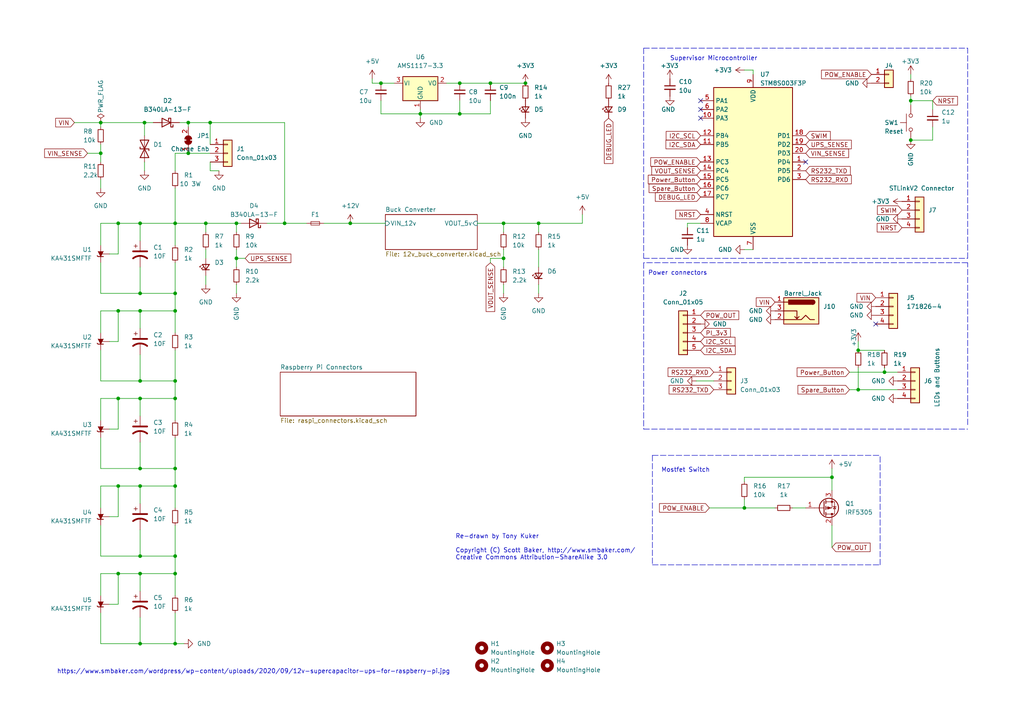
<source format=kicad_sch>
(kicad_sch (version 20211123) (generator eeschema)
  (paper "A4")
  (junction (at 40.64 85.09))
  (junction (at 110.49 24.13))
  (junction (at 34.29 166.37))
  (junction (at 50.8 110.49))
  (junction (at 40.64 90.17))
  (junction (at 60.96 35.56))
  (junction (at 50.8 161.29))
  (junction (at 40.64 140.97))
  (junction (at 50.8 90.17))
  (junction (at 40.64 115.57))
  (junction (at 40.64 110.49))
  (junction (at 142.24 24.13))
  (junction (at 50.8 64.77))
  (junction (at 54.61 44.45))
  (junction (at 59.69 64.77))
  (junction (at 68.58 74.93))
  (junction (at 50.8 85.09))
  (junction (at 29.21 44.45))
  (junction (at 34.29 140.97))
  (junction (at 146.05 64.77))
  (junction (at 256.54 107.95))
  (junction (at 50.8 115.57))
  (junction (at 101.6 64.77))
  (junction (at 264.16 29.21))
  (junction (at 264.16 40.64))
  (junction (at 54.61 35.56))
  (junction (at 248.92 101.6))
  (junction (at 34.29 64.77))
  (junction (at 241.3 138.43))
  (junction (at 29.21 35.56))
  (junction (at 68.58 64.77))
  (junction (at 34.29 115.57))
  (junction (at 152.4 24.13))
  (junction (at 50.8 135.89))
  (junction (at 40.64 64.77))
  (junction (at 82.55 64.77))
  (junction (at 50.8 140.97))
  (junction (at 133.35 24.13))
  (junction (at 50.8 166.37))
  (junction (at 41.91 35.56))
  (junction (at 156.21 64.77))
  (junction (at 40.64 135.89))
  (junction (at 40.64 166.37))
  (junction (at 133.35 33.02))
  (junction (at 40.64 161.29))
  (junction (at 40.64 186.69))
  (junction (at 121.92 33.02))
  (junction (at 34.29 90.17))
  (junction (at 215.9 147.32))
  (junction (at 146.05 74.93))
  (junction (at 248.92 113.03))
  (junction (at 50.8 186.69))
  (no_connect (at 203.2 29.21))
  (no_connect (at 203.2 31.75))
  (no_connect (at 203.2 34.29))
  (no_connect (at 233.68 46.99))
  (no_connect (at 254 93.98))
  (wire (pts (xy 121.92 33.02) (xy 121.92 34.29)))
  (wire (pts (xy 215.9 147.32) (xy 224.79 147.32)))
  (wire (pts (xy 29.21 52.07) (xy 29.21 54.61)))
  (wire (pts (xy 29.21 127) (xy 29.21 135.89)))
  (polyline (pts (xy 189.23 163.83) (xy 255.27 163.83)))
  (wire (pts (xy 146.05 74.93) (xy 142.24 74.93)))
  (wire (pts (xy 146.05 64.77) (xy 156.21 64.77)))
  (wire (pts (xy 29.21 35.56) (xy 41.91 35.56)))
  (wire (pts (xy 34.29 140.97) (xy 40.64 140.97)))
  (wire (pts (xy 215.9 138.43) (xy 215.9 139.7)))
  (wire (pts (xy 40.64 140.97) (xy 50.8 140.97)))
  (wire (pts (xy 29.21 115.57) (xy 34.29 115.57)))
  (wire (pts (xy 138.43 64.77) (xy 146.05 64.77)))
  (wire (pts (xy 248.92 99.06) (xy 248.92 101.6)))
  (wire (pts (xy 50.8 76.2) (xy 50.8 85.09)))
  (wire (pts (xy 34.29 115.57) (xy 40.64 115.57)))
  (wire (pts (xy 142.24 74.93) (xy 142.24 76.2)))
  (wire (pts (xy 29.21 44.45) (xy 29.21 46.99)))
  (wire (pts (xy 142.24 29.21) (xy 142.24 33.02)))
  (polyline (pts (xy 255.27 163.83) (xy 255.27 132.08)))
  (wire (pts (xy 29.21 41.91) (xy 29.21 44.45)))
  (wire (pts (xy 218.44 20.32) (xy 218.44 21.59)))
  (wire (pts (xy 40.64 95.25) (xy 40.64 90.17)))
  (wire (pts (xy 110.49 29.21) (xy 110.49 33.02)))
  (wire (pts (xy 77.47 64.77) (xy 82.55 64.77)))
  (wire (pts (xy 68.58 74.93) (xy 71.12 74.93)))
  (wire (pts (xy 31.75 149.86) (xy 34.29 149.86)))
  (wire (pts (xy 59.69 64.77) (xy 50.8 64.77)))
  (wire (pts (xy 40.64 85.09) (xy 50.8 85.09)))
  (wire (pts (xy 146.05 72.39) (xy 146.05 74.93)))
  (wire (pts (xy 50.8 186.69) (xy 53.34 186.69)))
  (wire (pts (xy 146.05 64.77) (xy 146.05 67.31)))
  (wire (pts (xy 68.58 74.93) (xy 68.58 77.47)))
  (wire (pts (xy 29.21 161.29) (xy 40.64 161.29)))
  (wire (pts (xy 264.16 29.21) (xy 264.16 30.48)))
  (wire (pts (xy 60.96 49.53) (xy 63.5 49.53)))
  (wire (pts (xy 82.55 35.56) (xy 82.55 64.77)))
  (wire (pts (xy 241.3 152.4) (xy 241.3 158.75)))
  (wire (pts (xy 41.91 35.56) (xy 44.45 35.56)))
  (wire (pts (xy 68.58 72.39) (xy 68.58 74.93)))
  (wire (pts (xy 146.05 74.93) (xy 146.05 77.47)))
  (wire (pts (xy 270.51 36.83) (xy 270.51 40.64)))
  (wire (pts (xy 41.91 46.99) (xy 41.91 49.53)))
  (wire (pts (xy 248.92 101.6) (xy 256.54 101.6)))
  (wire (pts (xy 205.74 147.32) (xy 215.9 147.32)))
  (wire (pts (xy 241.3 138.43) (xy 241.3 142.24)))
  (wire (pts (xy 68.58 64.77) (xy 68.58 67.31)))
  (wire (pts (xy 31.75 73.66) (xy 34.29 73.66)))
  (wire (pts (xy 29.21 76.2) (xy 29.21 85.09)))
  (wire (pts (xy 40.64 135.89) (xy 50.8 135.89)))
  (wire (pts (xy 41.91 35.56) (xy 41.91 39.37)))
  (wire (pts (xy 59.69 64.77) (xy 68.58 64.77)))
  (wire (pts (xy 50.8 135.89) (xy 50.8 140.97)))
  (wire (pts (xy 241.3 135.89) (xy 241.3 138.43)))
  (wire (pts (xy 142.24 24.13) (xy 152.4 24.13)))
  (wire (pts (xy 270.51 31.75) (xy 270.51 29.21)))
  (wire (pts (xy 50.8 166.37) (xy 50.8 172.72)))
  (polyline (pts (xy 186.69 13.97) (xy 280.67 13.97)))
  (wire (pts (xy 133.35 33.02) (xy 121.92 33.02)))
  (wire (pts (xy 246.38 107.95) (xy 256.54 107.95)))
  (polyline (pts (xy 186.69 76.2) (xy 186.69 124.46)))
  (polyline (pts (xy 186.69 124.46) (xy 280.67 124.46)))
  (wire (pts (xy 29.21 90.17) (xy 34.29 90.17)))
  (wire (pts (xy 40.64 69.85) (xy 40.64 64.77)))
  (wire (pts (xy 40.64 110.49) (xy 50.8 110.49)))
  (wire (pts (xy 156.21 64.77) (xy 156.21 67.31)))
  (wire (pts (xy 29.21 152.4) (xy 29.21 161.29)))
  (wire (pts (xy 60.96 35.56) (xy 82.55 35.56)))
  (wire (pts (xy 215.9 138.43) (xy 241.3 138.43)))
  (wire (pts (xy 146.05 82.55) (xy 146.05 85.09)))
  (wire (pts (xy 31.75 99.06) (xy 34.29 99.06)))
  (wire (pts (xy 50.8 140.97) (xy 50.8 147.32)))
  (wire (pts (xy 101.6 64.77) (xy 111.76 64.77)))
  (polyline (pts (xy 186.69 13.97) (xy 186.69 74.93)))
  (wire (pts (xy 50.8 110.49) (xy 50.8 115.57)))
  (wire (pts (xy 199.39 64.77) (xy 199.39 66.04)))
  (wire (pts (xy 52.07 35.56) (xy 54.61 35.56)))
  (wire (pts (xy 229.87 147.32) (xy 233.68 147.32)))
  (wire (pts (xy 133.35 24.13) (xy 142.24 24.13)))
  (wire (pts (xy 82.55 64.77) (xy 88.9 64.77)))
  (wire (pts (xy 54.61 44.45) (xy 60.96 44.45)))
  (wire (pts (xy 246.38 113.03) (xy 248.92 113.03)))
  (wire (pts (xy 129.54 24.13) (xy 133.35 24.13)))
  (wire (pts (xy 34.29 90.17) (xy 40.64 90.17)))
  (wire (pts (xy 201.93 110.49) (xy 207.01 110.49)))
  (wire (pts (xy 31.75 124.46) (xy 34.29 124.46)))
  (polyline (pts (xy 189.23 132.08) (xy 255.27 132.08)))
  (wire (pts (xy 29.21 166.37) (xy 34.29 166.37)))
  (wire (pts (xy 110.49 24.13) (xy 114.3 24.13)))
  (wire (pts (xy 50.8 44.45) (xy 54.61 44.45)))
  (wire (pts (xy 107.95 22.86) (xy 107.95 24.13)))
  (wire (pts (xy 264.16 27.94) (xy 264.16 29.21)))
  (wire (pts (xy 215.9 20.32) (xy 218.44 20.32)))
  (wire (pts (xy 156.21 82.55) (xy 156.21 85.09)))
  (wire (pts (xy 59.69 67.31) (xy 59.69 64.77)))
  (wire (pts (xy 29.21 64.77) (xy 34.29 64.77)))
  (wire (pts (xy 50.8 64.77) (xy 50.8 71.12)))
  (wire (pts (xy 40.64 90.17) (xy 50.8 90.17)))
  (wire (pts (xy 59.69 72.39) (xy 59.69 74.93)))
  (wire (pts (xy 34.29 124.46) (xy 34.29 115.57)))
  (wire (pts (xy 215.9 147.32) (xy 215.9 144.78)))
  (wire (pts (xy 29.21 121.92) (xy 29.21 115.57)))
  (wire (pts (xy 40.64 186.69) (xy 50.8 186.69)))
  (wire (pts (xy 21.59 35.56) (xy 29.21 35.56)))
  (wire (pts (xy 321.31 88.9) (xy 321.31 91.44)))
  (polyline (pts (xy 186.69 74.93) (xy 280.67 74.93)))
  (wire (pts (xy 29.21 140.97) (xy 34.29 140.97)))
  (wire (pts (xy 40.64 146.05) (xy 40.64 140.97)))
  (wire (pts (xy 29.21 101.6) (xy 29.21 110.49)))
  (wire (pts (xy 168.91 62.23) (xy 168.91 64.77)))
  (wire (pts (xy 40.64 102.87) (xy 40.64 110.49)))
  (wire (pts (xy 54.61 35.56) (xy 60.96 35.56)))
  (wire (pts (xy 264.16 21.59) (xy 264.16 22.86)))
  (wire (pts (xy 40.64 171.45) (xy 40.64 166.37)))
  (wire (pts (xy 50.8 186.69) (xy 50.8 177.8)))
  (wire (pts (xy 29.21 96.52) (xy 29.21 90.17)))
  (wire (pts (xy 215.9 72.39) (xy 218.44 72.39)))
  (wire (pts (xy 156.21 72.39) (xy 156.21 77.47)))
  (wire (pts (xy 50.8 101.6) (xy 50.8 110.49)))
  (wire (pts (xy 50.8 152.4) (xy 50.8 161.29)))
  (wire (pts (xy 256.54 107.95) (xy 260.35 107.95)))
  (wire (pts (xy 68.58 82.55) (xy 68.58 85.09)))
  (polyline (pts (xy 280.67 74.93) (xy 280.67 13.97)))
  (polyline (pts (xy 280.67 123.19) (xy 280.67 76.2)))
  (wire (pts (xy 107.95 24.13) (xy 110.49 24.13)))
  (wire (pts (xy 34.29 175.26) (xy 34.29 166.37)))
  (wire (pts (xy 68.58 64.77) (xy 69.85 64.77)))
  (wire (pts (xy 248.92 106.68) (xy 248.92 113.03)))
  (wire (pts (xy 40.64 77.47) (xy 40.64 85.09)))
  (wire (pts (xy 34.29 99.06) (xy 34.29 90.17)))
  (wire (pts (xy 60.96 41.91) (xy 60.96 35.56)))
  (wire (pts (xy 29.21 44.45) (xy 25.4 44.45)))
  (wire (pts (xy 50.8 90.17) (xy 50.8 96.52)))
  (wire (pts (xy 29.21 110.49) (xy 40.64 110.49)))
  (wire (pts (xy 110.49 33.02) (xy 121.92 33.02)))
  (wire (pts (xy 40.64 64.77) (xy 50.8 64.77)))
  (wire (pts (xy 50.8 161.29) (xy 50.8 166.37)))
  (wire (pts (xy 40.64 179.07) (xy 40.64 186.69)))
  (wire (pts (xy 40.64 120.65) (xy 40.64 115.57)))
  (wire (pts (xy 40.64 115.57) (xy 50.8 115.57)))
  (wire (pts (xy 34.29 64.77) (xy 40.64 64.77)))
  (wire (pts (xy 156.21 64.77) (xy 168.91 64.77)))
  (wire (pts (xy 133.35 29.21) (xy 133.35 33.02)))
  (wire (pts (xy 40.64 153.67) (xy 40.64 161.29)))
  (wire (pts (xy 29.21 186.69) (xy 40.64 186.69)))
  (wire (pts (xy 59.69 80.01) (xy 59.69 82.55)))
  (wire (pts (xy 270.51 29.21) (xy 264.16 29.21)))
  (wire (pts (xy 60.96 46.99) (xy 60.96 49.53)))
  (wire (pts (xy 29.21 71.12) (xy 29.21 64.77)))
  (wire (pts (xy 142.24 33.02) (xy 133.35 33.02)))
  (wire (pts (xy 31.75 175.26) (xy 34.29 175.26)))
  (wire (pts (xy 256.54 106.68) (xy 256.54 107.95)))
  (polyline (pts (xy 189.23 132.08) (xy 189.23 163.83)))
  (wire (pts (xy 50.8 54.61) (xy 50.8 64.77)))
  (wire (pts (xy 34.29 73.66) (xy 34.29 64.77)))
  (wire (pts (xy 50.8 115.57) (xy 50.8 121.92)))
  (wire (pts (xy 121.92 31.75) (xy 121.92 33.02)))
  (wire (pts (xy 321.31 99.06) (xy 321.31 101.6)))
  (wire (pts (xy 93.98 64.77) (xy 101.6 64.77)))
  (wire (pts (xy 34.29 166.37) (xy 40.64 166.37)))
  (wire (pts (xy 50.8 127) (xy 50.8 135.89)))
  (wire (pts (xy 203.2 64.77) (xy 199.39 64.77)))
  (wire (pts (xy 34.29 149.86) (xy 34.29 140.97)))
  (wire (pts (xy 40.64 161.29) (xy 50.8 161.29)))
  (wire (pts (xy 264.16 40.64) (xy 270.51 40.64)))
  (wire (pts (xy 29.21 36.83) (xy 29.21 35.56)))
  (polyline (pts (xy 280.67 76.2) (xy 186.69 76.2)))
  (wire (pts (xy 50.8 85.09) (xy 50.8 90.17)))
  (wire (pts (xy 29.21 85.09) (xy 40.64 85.09)))
  (wire (pts (xy 54.61 35.56) (xy 54.61 36.83)))
  (wire (pts (xy 50.8 44.45) (xy 50.8 49.53)))
  (wire (pts (xy 248.92 113.03) (xy 260.35 113.03)))
  (wire (pts (xy 29.21 177.8) (xy 29.21 186.69)))
  (wire (pts (xy 40.64 166.37) (xy 50.8 166.37)))
  (wire (pts (xy 29.21 172.72) (xy 29.21 166.37)))
  (wire (pts (xy 29.21 147.32) (xy 29.21 140.97)))
  (wire (pts (xy 40.64 128.27) (xy 40.64 135.89)))
  (wire (pts (xy 29.21 135.89) (xy 40.64 135.89)))
  (text "Mostfet Switch" (at 191.77 137.16 0) (effects (font (size 1.27 1.27)) (justify left bottom)))
  (text "https://www.smbaker.com/wordpress/wp-content/uploads/2020/09/12v-supercapacitor-ups-for-raspberry-pi.jpg" (at 16.51 195.58 0) (effects (font (size 1.27 1.27)) (justify left bottom)))
  (text "Power connectors" (at 187.96 80.01 0) (effects (font (size 1.27 1.27)) (justify left bottom)))
  (text "Re-drawn by Tony Kuker\n\nCopyright (C) Scott Baker, http://www.smbaker.com/\nCreative Commons Attribution-ShareAlike 3.0" (at 132.08 162.56 0) (effects (font (size 1.27 1.27)) (justify left bottom)))
  (text "Supervisor Microcontroller" (at 194.31 17.78 0) (effects (font (size 1.27 1.27)) (justify left bottom)))
  (global_label "POW_OUT" (shape input) (at 321.31 88.9 90) (property "Intersheet References" "${INTERSHEET_REFS}" (effects hide)))
  (global_label "POW_ENABLE" (shape input) (at 252.73 21.59 180) (property "Intersheet References" "${INTERSHEET_REFS}" (effects hide)))
  (global_label "Spare_Button" (shape input) (at 203.2 54.61 180) (property "Intersheet References" "${INTERSHEET_REFS}" (effects hide)))
  (global_label "Power_Button" (shape input) (at 203.2 52.07 180) (property "Intersheet References" "${INTERSHEET_REFS}" (effects hide)))
  (global_label "POW_OUT" (shape input) (at 203.2 91.44 0) (property "Intersheet References" "${INTERSHEET_REFS}" (effects hide)))
  (global_label "I2C_SDA" (shape input) (at 203.2 101.6 0) (property "Intersheet References" "${INTERSHEET_REFS}" (effects hide)))
  (global_label "SWIM" (shape input) (at 233.68 39.37 0) (property "Intersheet References" "${INTERSHEET_REFS}" (effects hide)))
  (global_label "RS232_TXD" (shape input) (at 207.01 113.03 180) (property "Intersheet References" "${INTERSHEET_REFS}" (effects hide)))
  (global_label "SWIM" (shape input) (at 261.62 60.96 180) (property "Intersheet References" "${INTERSHEET_REFS}" (effects hide)))
  (global_label "NRST" (shape input) (at 261.62 66.04 180) (property "Intersheet References" "${INTERSHEET_REFS}" (effects hide)))
  (global_label "DEBUG_LED" (shape input) (at 203.2 57.15 180) (property "Intersheet References" "${INTERSHEET_REFS}" (effects hide)))
  (global_label "VOUT_SENSE" (shape input) (at 203.2 49.53 180) (property "Intersheet References" "${INTERSHEET_REFS}" (effects hide)))
  (global_label "POW_ENABLE" (shape input) (at 205.74 147.32 180) (property "Intersheet References" "${INTERSHEET_REFS}" (effects hide)))
  (global_label "VIN" (shape input) (at 21.59 35.56 180) (property "Intersheet References" "${INTERSHEET_REFS}" (effects hide)))
  (global_label "RS232_RXD" (shape input) (at 233.68 52.07 0) (property "Intersheet References" "${INTERSHEET_REFS}" (effects hide)))
  (global_label "RS232_RXD" (shape input) (at 207.01 107.95 180) (property "Intersheet References" "${INTERSHEET_REFS}" (effects hide)))
  (global_label "Spare_Button" (shape input) (at 246.38 113.03 180) (property "Intersheet References" "${INTERSHEET_REFS}" (effects hide)))
  (global_label "POW_ENABLE" (shape input) (at 203.2 46.99 180) (property "Intersheet References" "${INTERSHEET_REFS}" (effects hide)))
  (global_label "POW_OUT" (shape input) (at 241.3 158.75 0) (property "Intersheet References" "${INTERSHEET_REFS}" (effects hide)))
  (global_label "VIN_SENSE" (shape input) (at 25.4 44.45 180) (property "Intersheet References" "${INTERSHEET_REFS}" (effects hide)))
  (global_label "DEBUG_LED" (shape input) (at 176.53 34.29 270) (property "Intersheet References" "${INTERSHEET_REFS}" (effects hide)))
  (global_label "UPS_SENSE" (shape input) (at 233.68 41.91 0) (property "Intersheet References" "${INTERSHEET_REFS}" (effects hide)))
  (global_label "RS232_TXD" (shape input) (at 233.68 49.53 0) (property "Intersheet References" "${INTERSHEET_REFS}" (effects hide)))
  (global_label "VIN" (shape input) (at 224.79 87.63 180) (property "Intersheet References" "${INTERSHEET_REFS}" (effects hide)))
  (global_label "NRST" (shape input) (at 203.2 62.23 180) (property "Intersheet References" "${INTERSHEET_REFS}" (effects hide)))
  (global_label "VIN_SENSE" (shape input) (at 233.68 44.45 0) (property "Intersheet References" "${INTERSHEET_REFS}" (effects hide)))
  (global_label "I2C_SDA" (shape input) (at 203.2 41.91 180) (property "Intersheet References" "${INTERSHEET_REFS}" (effects hide)))
  (global_label "VIN" (shape input) (at 254 86.36 180) (property "Intersheet References" "${INTERSHEET_REFS}" (effects hide)))
  (global_label "PI_3v3" (shape input) (at 203.2 96.52 0) (property "Intersheet References" "${INTERSHEET_REFS}" (effects hide)))
  (global_label "UPS_SENSE" (shape input) (at 71.12 74.93 0) (property "Intersheet References" "${INTERSHEET_REFS}" (effects hide)))
  (global_label "VOUT_SENSE" (shape input) (at 142.24 76.2 270) (property "Intersheet References" "${INTERSHEET_REFS}" (effects hide)))
  (global_label "I2C_SCL" (shape input) (at 203.2 99.06 0) (property "Intersheet References" "${INTERSHEET_REFS}" (effects hide)))
  (global_label "NRST" (shape input) (at 270.51 29.21 0) (property "Intersheet References" "${INTERSHEET_REFS}" (effects hide)))
  (global_label "I2C_SCL" (shape input) (at 203.2 39.37 180) (property "Intersheet References" "${INTERSHEET_REFS}" (effects hide)))
  (global_label "Power_Button" (shape input) (at 246.38 107.95 180) (property "Intersheet References" "${INTERSHEET_REFS}" (effects hide)))
  (symbol (lib_id "power:GND") (at 321.31 101.6 0) (unit 1)
    (property "Reference" "#PWR033" (effects hide))
    (property "Value" "GND" (at 321.31 109.22 90) (effects (justify left)))
  )
  (symbol (lib_id "Device:C_Small") (at 110.49 26.67 0) (unit 1)
    (property "Reference" "C7" (at 104.14 26.67 0) (effects (justify left)))
    (property "Value" "10u" (at 104.14 29.21 0) (effects (justify left)))
    (property "Footprint" "Capacitor_SMD:C_0805_2012Metric" (effects hide))
    (property "DigikeyPN" "445-FK26X7R1E106K-ND" (effects hide))
    (property "LCSC" "C15850" (effects hide))
  )
  (symbol (lib_id "power:+3.3V") (at 264.16 21.59 0) (unit 1)
    (property "Reference" "#PWR031" (effects hide))
    (property "Value" "+3.3V" (at 266.7 17.78 0) (effects (justify right)))
  )
  (symbol (lib_id "Device:D_TVS") (at 41.91 43.18 90) (unit 1)
    (property "Reference" "D1" (at 44.45 41.9099 90) (effects (justify right)))
    (property "Value" "PTVSHC3D15VUH" (effects hide))
    (property "Footprint" "Diode_SMD:D_SOD-323" (effects hide))
    (property "Datasheet" "https://datasheet.lcsc.com/lcsc/1811091226_Shanghai-Prisemi-Elec-PTVSHC3D15VUH_C312234.pdf" (effects hide))
    (property "LCSC" "C312234" (effects hide))
  )
  (symbol (lib_id "Diode:1N5820") (at 48.26 35.56 180) (unit 1)
    (property "Reference" "D2" (at 48.5775 29.21 0))
    (property "Value" "B340LA-13-F" (at 48.5775 31.75 0))
    (property "Footprint" "Diode_SMD:D_SMA" (effects hide))
    (property "Datasheet" "https://datasheet.lcsc.com/lcsc/1809042014_Diodes-Incorporated-B340LA-13-F_C17101.pdf" (effects hide))
    (property "LCSC" "C17101" (effects hide))
  )
  (symbol (lib_id "power:+12V") (at 101.6 64.77 0) (unit 1)
    (property "Reference" "#PWR0102" (effects hide))
    (property "Value" "+12V" (at 101.6 59.69 0))
  )
  (symbol (lib_id "Reference_Voltage:TL432DBZ") (at 29.21 149.86 270) (unit 1)
    (property "Reference" "U4" (at 26.67 148.5899 90) (effects (justify right)))
    (property "Value" "KA431SMFTF" (at 26.67 151.1299 90) (effects (justify right)))
    (property "Footprint" "Package_TO_SOT_SMD:SOT-23" (effects hide))
    (property "Datasheet" "http://www.ti.com/lit/ds/symlink/tl431.pdf" (effects hide))
    (property "LCSC" "C232815" (effects hide))
    (property "DigikeyPN" "KA431AZTACT-ND" (effects hide))
  )
  (symbol (lib_id "Transistor_FET:SUD50P04-08") (at 238.76 147.32 0) (mirror x) (unit 1)
    (property "Reference" "Q1" (at 245.11 146.0499 0) (effects (justify left)))
    (property "Value" "IRF5305" (at 245.11 148.5899 0) (effects (justify left)))
    (property "Footprint" "Package_TO_SOT_SMD:TO-263-2" (effects hide))
    (property "Datasheet" "https://datasheet.lcsc.com/lcsc/2009301736_VBsemi-Elec-IRF5305STR_C878890.pdf" (effects hide))
    (property "LCSC" "C878890" (effects hide))
  )
  (symbol (lib_id "Mechanical:MountingHole") (at 139.7 193.04 0) (unit 1)
    (property "Reference" "H2" (at 142.24 191.7699 0) (effects (justify left)))
    (property "Value" "MountingHole" (at 142.24 194.3099 0) (effects (justify left)))
    (property "Footprint" "MountingHole:MountingHole_2.7mm_M2.5" (effects hide))
    (property "LCSC" "DNP" (effects hide))
  )
  (symbol (lib_id "power:GND") (at 215.9 72.39 270) (unit 1)
    (property "Reference" "#PWR021" (effects hide))
    (property "Value" "GND" (at 208.28 72.39 90) (effects (justify left)))
  )
  (symbol (lib_id "power:GND") (at 41.91 49.53 0) (unit 1)
    (property "Reference" "#PWR01" (effects hide))
    (property "Value" "GND" (at 41.91 54.61 0))
  )
  (symbol (lib_id "Device:C_Small") (at 270.51 34.29 0) (unit 1)
    (property "Reference" "C12" (at 273.05 32.5881 0) (effects (justify left)))
    (property "Value" "1u" (at 273.05 35.1281 0) (effects (justify left)))
    (property "Footprint" "Capacitor_SMD:C_0805_2012Metric" (effects hide))
    (property "LCSC" "C28323" (effects hide))
  )
  (symbol (lib_id "Device:C_Polarized_US") (at 40.64 175.26 0) (unit 1)
    (property "Reference" "C5" (at 44.45 173.3549 0) (effects (justify left)))
    (property "Value" "10F" (at 44.45 175.8949 0) (effects (justify left)))
    (property "Footprint" "Capacitor_THT:CP_Radial_D12.5mm_P5.00mm" (effects hide))
    (property "DigikeyPN" "478-10996-ND" (effects hide))
    (property "LCSC" "DNP" (effects hide))
  )
  (symbol (lib_id "power:GND") (at 59.69 82.55 0) (unit 1)
    (property "Reference" "#PWR03" (effects hide))
    (property "Value" "GND" (at 59.69 87.63 0))
  )
  (symbol (lib_id "Connector_Generic:Conn_01x03") (at 212.09 110.49 0) (unit 1)
    (property "Reference" "J3" (at 214.63 110.4899 0) (effects (justify left)))
    (property "Value" "Conn_01x03" (at 214.63 113.0299 0) (effects (justify left)))
    (property "Footprint" "Connector_PinHeader_2.54mm:PinHeader_1x03_P2.54mm_Vertical" (effects hide))
    (property "DigikeyPN" "A106204-ND" (effects hide))
    (property "LCSC" "DNP" (effects hide))
  )
  (symbol (lib_id "Device:R_Small") (at 215.9 142.24 0) (unit 1)
    (property "Reference" "R16" (at 218.44 140.9699 0) (effects (justify left)))
    (property "Value" "10k" (at 218.44 143.5099 0) (effects (justify left)))
    (property "Footprint" "Resistor_SMD:R_0805_2012Metric" (effects hide))
    (property "DigikeyPN" "CF14JT10K0CT-ND" (effects hide))
    (property "LCSC" "C17414" (effects hide))
  )
  (symbol (lib_id "Device:D_TVS") (at 321.31 95.25 90) (unit 1)
    (property "Reference" "D7" (at 323.85 93.9799 90) (effects (justify right)))
    (property "Value" "PTVSHC3D15VUH" (at 323.85 96.5199 90) (effects (justify right)))
    (property "Footprint" "Diode_SMD:D_SOD-323" (effects hide))
    (property "Datasheet" "https://datasheet.lcsc.com/lcsc/1811091226_Shanghai-Prisemi-Elec-PTVSHC3D15VUH_C312234.pdf" (effects hide))
    (property "LCSC" "C312234" (effects hide))
  )
  (symbol (lib_id "Device:R_Small") (at 50.8 52.07 0) (unit 1)
    (property "Reference" "R1" (at 53.34 50.7999 0) (effects (justify left)))
    (property "Value" "10 3W" (at 52.07 53.34 0) (effects (justify left)))
    (property "Footprint" "Resistor_THT:R_Axial_DIN0516_L15.5mm_D5.0mm_P25.40mm_Horizontal" (effects hide))
    (property "DigikeyPN" "YAG1228CT-ND" (effects hide))
    (property "LCSC" "DNP" (effects hide))
  )
  (symbol (lib_id "power:GND") (at 203.2 93.98 90) (unit 1)
    (property "Reference" "#PWR019" (effects hide))
    (property "Value" "GND" (at 210.82 93.98 90) (effects (justify left)))
  )
  (symbol (lib_id "power:GND") (at 152.4 34.29 0) (unit 1)
    (property "Reference" "#PWR012" (effects hide))
    (property "Value" "GND" (at 152.4 39.37 0))
  )
  (symbol (lib_id "Connector_Generic:Conn_01x04") (at 265.43 110.49 0) (unit 1)
    (property "Reference" "J6" (at 267.97 110.4899 0) (effects (justify left)))
    (property "Value" "LEDs and Buttons" (at 271.78 118.11 90) (effects (justify left)))
    (property "Footprint" "Connector_PinHeader_2.54mm:PinHeader_1x04_P2.54mm_Vertical" (effects hide))
    (property "LCSC" "DNP" (effects hide))
  )
  (symbol (lib_id "Device:C_Small") (at 133.35 26.67 0) (unit 1)
    (property "Reference" "C8" (at 135.89 26.67 0) (effects (justify left)))
    (property "Value" "10u" (at 135.89 29.21 0) (effects (justify left)))
    (property "Footprint" "Capacitor_SMD:C_0805_2012Metric" (effects hide))
    (property "DigikeyPN" "445-FK26X7R1E106K-ND" (effects hide))
    (property "LCSC" "C15850" (effects hide))
  )
  (symbol (lib_id "Device:R_Small") (at 29.21 49.53 180) (unit 1)
    (property "Reference" "R11" (at 24.13 48.26 0) (effects (justify right)))
    (property "Value" "2.2k" (at 24.13 50.8 0) (effects (justify right)))
    (property "Footprint" "Resistor_SMD:R_0805_2012Metric" (effects hide))
    (property "DigikeyPN" "CF14JT2K20TR-ND" (effects hide))
    (property "LCSC" "C17520" (effects hide))
  )
  (symbol (lib_id "power:GND") (at 121.92 34.29 0) (unit 1)
    (property "Reference" "#PWR09" (effects hide))
    (property "Value" "GND" (at 124.46 35.5599 0) (effects (justify left)))
  )
  (symbol (lib_id "power:GND") (at 201.93 110.49 270) (unit 1)
    (property "Reference" "#PWR018" (effects hide))
    (property "Value" "GND" (at 194.31 110.49 90) (effects (justify left)))
  )
  (symbol (lib_id "Device:R_Small") (at 68.58 80.01 0) (unit 1)
    (property "Reference" "R10" (at 71.12 78.7399 0) (effects (justify left)))
    (property "Value" "2.2k" (at 71.12 81.2799 0) (effects (justify left)))
    (property "Footprint" "Resistor_SMD:R_0805_2012Metric" (effects hide))
    (property "DigikeyPN" "CF14JT2K20TR-ND" (effects hide))
    (property "LCSC" "C17520" (effects hide))
  )
  (symbol (lib_id "power:GND") (at 199.39 71.12 0) (unit 1)
    (property "Reference" "#PWR017" (effects hide))
    (property "Value" "GND" (at 194.31 72.39 0) (effects (justify left)))
  )
  (symbol (lib_id "power:GND") (at 264.16 40.64 0) (unit 1)
    (property "Reference" "#PWR032" (effects hide))
    (property "Value" "GND" (at 264.16 48.26 90) (effects (justify left)))
  )
  (symbol (lib_id "Reference_Voltage:TL432DBZ") (at 29.21 99.06 270) (unit 1)
    (property "Reference" "U2" (at 26.67 97.7899 90) (effects (justify right)))
    (property "Value" "KA431SMFTF" (at 26.67 100.3299 90) (effects (justify right)))
    (property "Footprint" "Package_TO_SOT_SMD:SOT-23" (effects hide))
    (property "Datasheet" "http://www.ti.com/lit/ds/symlink/tl431.pdf" (effects hide))
    (property "LCSC" "C232815" (effects hide))
    (property "DigikeyPN" "KA431AZTACT-ND" (effects hide))
  )
  (symbol (lib_id "Device:C_Small") (at 199.39 68.58 0) (unit 1)
    (property "Reference" "C11" (at 201.93 66.8781 0) (effects (justify left)))
    (property "Value" "1u" (at 201.93 69.4181 0) (effects (justify left)))
    (property "Footprint" "Capacitor_SMD:C_0805_2012Metric" (effects hide))
    (property "LCSC" "C28323" (effects hide))
  )
  (symbol (lib_id "Device:C_Polarized_US") (at 40.64 149.86 0) (unit 1)
    (property "Reference" "C4" (at 44.45 147.9549 0) (effects (justify left)))
    (property "Value" "10F" (at 44.45 150.4949 0) (effects (justify left)))
    (property "Footprint" "Capacitor_THT:CP_Radial_D12.5mm_P5.00mm" (effects hide))
    (property "DigikeyPN" "478-10996-ND" (effects hide))
    (property "LCSC" "DNP" (effects hide))
  )
  (symbol (lib_id "Device:R_Small") (at 50.8 124.46 0) (unit 1)
    (property "Reference" "R4" (at 53.34 123.1899 0) (effects (justify left)))
    (property "Value" "1k" (at 53.34 125.7299 0) (effects (justify left)))
    (property "Footprint" "Resistor_SMD:R_1206_3216Metric" (effects hide))
    (property "DigikeyPN" "CF14JT1K00CT-ND" (effects hide))
    (property "LCSC" "C4410" (effects hide))
  )
  (symbol (lib_id "power:GND") (at 29.21 54.61 0) (unit 1)
    (property "Reference" "#PWR06" (effects hide))
    (property "Value" "GND" (at 29.21 59.69 0))
  )
  (symbol (lib_id "Device:R_Small") (at 256.54 104.14 0) (unit 1)
    (property "Reference" "R19" (at 259.08 102.8699 0) (effects (justify left)))
    (property "Value" "1k" (at 259.08 105.4099 0) (effects (justify left)))
    (property "Footprint" "Resistor_SMD:R_0805_2012Metric" (effects hide))
    (property "DigikeyPN" "CF14JT1K00CT-ND" (effects hide))
    (property "LCSC" "C17513" (effects hide))
  )
  (symbol (lib_id "MCU_ST_STM8:STM8S003F3P") (at 218.44 46.99 0) (unit 1)
    (property "Reference" "U7" (at 220.4594 21.59 0) (effects (justify left)))
    (property "Value" "STM8S003F3P" (at 220.4594 24.13 0) (effects (justify left)))
    (property "Footprint" "Package_SO:TSSOP-20_4.4x6.5mm_P0.65mm" (effects hide))
    (property "Datasheet" "http://www.st.com/st-web-ui/static/active/en/resource/technical/document/datasheet/DM00024550.pdf" (effects hide))
    (property "LCSC" "C52717" (effects hide))
  )
  (symbol (lib_id "power:GND") (at 224.79 90.17 270) (unit 1)
    (property "Reference" "#PWR0105" (effects hide))
    (property "Value" "GND" (at 217.17 90.17 90) (effects (justify left)))
  )
  (symbol (lib_id "Connector_Generic:Conn_01x03") (at 66.04 44.45 0) (unit 1)
    (property "Reference" "J1" (at 68.58 43.1799 0) (effects (justify left)))
    (property "Value" "Conn_01x03" (at 68.58 45.7199 0) (effects (justify left)))
    (property "Footprint" "Connector_PinHeader_2.54mm:PinHeader_1x03_P2.54mm_Vertical" (effects hide))
    (property "DigikeyPN" "NA" (effects hide))
    (property "LCSC" "DNP" (effects hide))
  )
  (symbol (lib_id "Connector_Generic:Conn_01x04") (at 259.08 88.9 0) (unit 1)
    (property "Reference" "J5" (at 262.89 86.3599 0) (effects (justify left)))
    (property "Value" "171826-4" (at 262.89 88.8999 0) (effects (justify left)))
    (property "Footprint" "TE_171826-4" (effects hide))
    (property "EU_RoHS_Compliance" "Compliant" (effects hide))
    (property "Comment" "171826-4" (effects hide))
    (property "LCSC" "DNP" (effects hide))
  )
  (symbol (lib_id "power:GND") (at 63.5 49.53 0) (unit 1)
    (property "Reference" "#PWR04" (effects hide))
    (property "Value" "GND" (at 63.5 54.61 0))
  )
  (symbol (lib_id "Device:LED_Small") (at 152.4 31.75 90) (unit 1)
    (property "Reference" "D5" (at 154.94 31.75 90) (effects (justify right)))
    (property "Value" "Green" (effects hide))
    (property "Footprint" "LED_SMD:LED_0805_2012Metric" (effects hide))
    (property "LCSC" "C2293" (effects hide))
    (property "DigikeyPN" "67-2288-ND" (effects hide))
  )
  (symbol (lib_id "power:+3.3V") (at 152.4 24.13 0) (unit 1)
    (property "Reference" "#PWR011" (effects hide))
    (property "Value" "+3.3V" (at 152.4 19.05 0))
  )
  (symbol (lib_id "power:+5V") (at 168.91 62.23 0) (unit 1)
    (property "Reference" "#PWR014" (effects hide))
    (property "Value" "+5V" (at 168.91 57.15 0))
  )
  (symbol (lib_id "power:GND") (at 261.62 63.5 270) (unit 1)
    (property "Reference" "#PWR030" (effects hide))
    (property "Value" "GND" (at 254 63.5 90) (effects (justify left)))
  )
  (symbol (lib_id "Connector_Generic:Conn_01x05") (at 198.12 96.52 0) (mirror y) (unit 1)
    (property "Reference" "J2" (at 198.12 85.09 0))
    (property "Value" "Conn_01x05" (at 198.12 87.63 0))
    (property "Footprint" "Connector_PinHeader_2.54mm:PinHeader_1x05_P2.54mm_Vertical" (effects hide))
    (property "DigikeyPN" "NA" (effects hide))
    (property "LCSC" "DNP" (effects hide))
  )
  (symbol (lib_id "power:+3.3V") (at 194.31 22.86 0) (unit 1)
    (property "Reference" "#PWR015" (effects hide))
    (property "Value" "+3.3V" (at 196.85 19.05 0) (effects (justify right)))
  )
  (symbol (lib_id "Device:R_Small") (at 146.05 80.01 0) (unit 1)
    (property "Reference" "R13" (at 148.59 78.7399 0) (effects (justify left)))
    (property "Value" "2.2k" (at 148.59 81.2799 0) (effects (justify left)))
    (property "Footprint" "Resistor_SMD:R_0805_2012Metric" (effects hide))
    (property "DigikeyPN" "CF14JT2K20TR-ND" (effects hide))
    (property "LCSC" "C17520" (effects hide))
  )
  (symbol (lib_id "Mechanical:MountingHole") (at 158.75 187.96 0) (unit 1)
    (property "Reference" "H3" (at 161.29 186.6899 0) (effects (justify left)))
    (property "Value" "MountingHole" (at 161.29 189.2299 0) (effects (justify left)))
    (property "Footprint" "MountingHole:MountingHole_2.7mm_M2.5" (effects hide))
    (property "LCSC" "DNP" (effects hide))
  )
  (symbol (lib_id "Connector_Generic:Conn_01x04") (at 266.7 60.96 0) (unit 1)
    (property "Reference" "J7" (at 269.24 60.9599 0) (effects (justify left)))
    (property "Value" "STLinkV2 Connector" (at 257.81 54.61 0) (effects (justify left)))
    (property "Footprint" "Connector_PinHeader_2.54mm:PinHeader_1x04_P2.54mm_Vertical" (effects hide))
  )
  (symbol (lib_id "power:GND") (at 254 88.9 270) (unit 1)
    (property "Reference" "#PWR025" (effects hide))
    (property "Value" "GND" (at 246.38 88.9 90) (effects (justify left)))
  )
  (symbol (lib_id "Switch:SW_Push") (at 264.16 35.56 90) (unit 1)
    (property "Reference" "SW1" (at 256.54 35.56 90) (effects (justify right)))
    (property "Value" "Reset" (at 256.54 38.1 90) (effects (justify right)))
    (property "Footprint" "Button_Switch_THT:SW_PUSH_6mm_H4.3mm" (effects hide))
    (property "LCSC" "DNP" (effects hide))
  )
  (symbol (lib_id "Device:R_Small") (at 50.8 99.06 0) (unit 1)
    (property "Reference" "R3" (at 53.34 97.7899 0) (effects (justify left)))
    (property "Value" "1k" (at 53.34 100.3299 0) (effects (justify left)))
    (property "Footprint" "Resistor_SMD:R_1206_3216Metric" (effects hide))
    (property "DigikeyPN" "CF14JT1K00CT-ND" (effects hide))
    (property "LCSC" "C4410" (effects hide))
  )
  (symbol (lib_id "Device:LED_Small") (at 156.21 80.01 90) (unit 1)
    (property "Reference" "D6" (at 158.75 78.6764 90) (effects (justify right)))
    (property "Value" "Green" (effects hide))
    (property "Footprint" "LED_SMD:LED_0805_2012Metric" (effects hide))
    (property "LCSC" "C2293" (effects hide))
    (property "DigikeyPN" "67-2288-ND" (effects hide))
  )
  (symbol (lib_id "Device:C_Polarized_US") (at 40.64 124.46 0) (unit 1)
    (property "Reference" "C3" (at 44.45 122.5549 0) (effects (justify left)))
    (property "Value" "10F" (at 44.45 125.0949 0) (effects (justify left)))
    (property "Footprint" "Capacitor_THT:CP_Radial_D12.5mm_P5.00mm" (effects hide))
    (property "DigikeyPN" "478-10996-ND" (effects hide))
    (property "LCSC" "DNP" (effects hide))
  )
  (symbol (lib_id "Device:R_Small") (at 264.16 25.4 180) (unit 1)
    (property "Reference" "R20" (at 266.7 24.1299 0) (effects (justify right)))
    (property "Value" "10k" (at 266.7 26.6699 0) (effects (justify right)))
    (property "Footprint" "Resistor_SMD:R_0805_2012Metric" (effects hide))
    (property "DigikeyPN" "CF14JT10K0CT-ND" (effects hide))
    (property "LCSC" "C17414" (effects hide))
  )
  (symbol (lib_id "Device:R_Small") (at 50.8 73.66 0) (unit 1)
    (property "Reference" "R2" (at 53.34 72.3899 0) (effects (justify left)))
    (property "Value" "1k" (at 53.34 74.9299 0) (effects (justify left)))
    (property "Footprint" "Resistor_SMD:R_1206_3216Metric" (effects hide))
    (property "DigikeyPN" "CF14JT1K00CT-ND" (effects hide))
    (property "LCSC" "C4410" (effects hide))
  )
  (symbol (lib_id "power:GND") (at 194.31 27.94 0) (unit 1)
    (property "Reference" "#PWR016" (effects hide))
    (property "Value" "GND" (at 191.77 31.75 0) (effects (justify left)))
  )
  (symbol (lib_id "Jumper:SolderJumper_2_Bridged") (at 54.61 40.64 90) (unit 1)
    (property "Reference" "JP1" (at 57.15 39.3699 90) (effects (justify right)))
    (property "Value" "Charge Enb" (at 49.53 43.18 90) (effects (justify right)))
    (property "Footprint" "Jumper:SolderJumper-2_P1.3mm_Bridged_RoundedPad1.0x1.5mm" (effects hide))
  )
  (symbol (lib_id "Device:R_Small") (at 156.21 69.85 0) (unit 1)
    (property "Reference" "R15" (at 158.75 68.5799 0) (effects (justify left)))
    (property "Value" "1k" (at 158.75 71.1199 0) (effects (justify left)))
    (property "Footprint" "Resistor_SMD:R_0805_2012Metric" (effects hide))
    (property "DigikeyPN" "CF14JT1K00CT-ND" (effects hide))
    (property "LCSC" "C17513" (effects hide))
  )
  (symbol (lib_id "Device:R_Small") (at 29.21 39.37 0) (unit 1)
    (property "Reference" "R8" (at 24.13 38.1 0) (effects (justify left)))
    (property "Value" "10k" (at 24.13 40.64 0) (effects (justify left)))
    (property "Footprint" "Resistor_SMD:R_0805_2012Metric" (effects hide))
    (property "DigikeyPN" "CF14JT10K0CT-ND" (effects hide))
    (property "LCSC" "C17414" (effects hide))
  )
  (symbol (lib_id "Mechanical:MountingHole") (at 139.7 187.96 0) (unit 1)
    (property "Reference" "H1" (at 142.24 186.6899 0) (effects (justify left)))
    (property "Value" "MountingHole" (at 142.24 189.2299 0) (effects (justify left)))
    (property "Footprint" "MountingHole:MountingHole_2.7mm_M2.5" (effects hide))
    (property "LCSC" "DNP" (effects hide))
  )
  (symbol (lib_id "power:+5V") (at 241.3 135.89 0) (unit 1)
    (property "Reference" "#PWR022" (effects hide))
    (property "Value" "+5V" (at 245.11 134.62 0))
  )
  (symbol (lib_id "power:GND") (at 260.35 110.49 270) (unit 1)
    (property "Reference" "#PWR027" (effects hide))
    (property "Value" "GND" (at 252.73 110.49 90) (effects (justify left)))
  )
  (symbol (lib_id "Device:Fuse_Small") (at 91.44 64.77 0) (unit 1)
    (property "Reference" "F1" (at 91.44 62.23 0))
    (property "Value" "Fuse_Small" (effects hide))
    (property "Footprint" "Fuse:Fuse_1206_3216Metric" (effects hide))
    (property "LCSC" "C140470" (effects hide))
    (property "DigikeyPN" "F2315-ND" (effects hide))
  )
  (symbol (lib_id "power:GND") (at 68.58 85.09 0) (unit 1)
    (property "Reference" "#PWR05" (effects hide))
    (property "Value" "GND" (at 68.5801 88.9 90) (effects (justify right)))
  )
  (symbol (lib_id "Device:R_Small") (at 59.69 69.85 0) (unit 1)
    (property "Reference" "R7" (at 62.23 68.5799 0) (effects (justify left)))
    (property "Value" "1k" (at 62.23 71.1199 0) (effects (justify left)))
    (property "Footprint" "Resistor_SMD:R_0805_2012Metric" (effects hide))
    (property "DigikeyPN" "CF14JT1K00CT-ND" (effects hide))
    (property "LCSC" "C17513" (effects hide))
  )
  (symbol (lib_id "Regulator_Linear:AMS1117-3.3") (at 121.92 24.13 0) (unit 1)
    (property "Reference" "U6" (at 121.92 16.51 0))
    (property "Value" "AMS1117-3.3" (at 121.92 19.05 0))
    (property "Footprint" "Package_TO_SOT_SMD:SOT-223-3_TabPin2" (effects hide))
    (property "Datasheet" "http://www.advanced-monolithic.com/pdf/ds1117.pdf" (effects hide))
    (property "LCSC" "C6186" (effects hide))
  )
  (symbol (lib_id "power:+3.3V") (at 261.62 58.42 90) (unit 1)
    (property "Reference" "#PWR029" (effects hide))
    (property "Value" "+3.3V" (at 252.73 58.42 90) (effects (justify right)))
  )
  (symbol (lib_id "power:GND") (at 53.34 186.69 90) (unit 1)
    (property "Reference" "#PWR02" (effects hide))
    (property "Value" "GND" (at 57.15 186.6899 90) (effects (justify right)))
  )
  (symbol (lib_id "Device:C_Small") (at 142.24 26.67 0) (unit 1)
    (property "Reference" "C9" (at 144.78 25.4062 0) (effects (justify left)))
    (property "Value" "100n" (at 144.78 27.9462 0) (effects (justify left)))
    (property "Footprint" "Capacitor_SMD:C_0805_2012Metric" (effects hide))
    (property "LCSC" "C28233" (effects hide))
  )
  (symbol (lib_id "Reference_Voltage:TL432DBZ") (at 29.21 124.46 270) (unit 1)
    (property "Reference" "U3" (at 26.67 123.1899 90) (effects (justify right)))
    (property "Value" "KA431SMFTF" (at 26.67 125.7299 90) (effects (justify right)))
    (property "Footprint" "Package_TO_SOT_SMD:SOT-23" (effects hide))
    (property "Datasheet" "http://www.ti.com/lit/ds/symlink/tl431.pdf" (effects hide))
    (property "LCSC" "C232815" (effects hide))
    (property "DigikeyPN" "KA431AZTACT-ND" (effects hide))
  )
  (symbol (lib_id "power:GND") (at 252.73 24.13 270) (unit 1)
    (property "Reference" "#PWR024" (effects hide))
    (property "Value" "GND" (at 245.11 24.13 90) (effects (justify left)))
  )
  (symbol (lib_id "Device:C_Polarized_US") (at 40.64 99.06 0) (unit 1)
    (property "Reference" "C2" (at 44.45 97.1549 0) (effects (justify left)))
    (property "Value" "10F" (at 44.45 99.6949 0) (effects (justify left)))
    (property "Footprint" "Capacitor_THT:CP_Radial_D12.5mm_P5.00mm" (effects hide))
    (property "DigikeyPN" "478-10996-ND" (effects hide))
    (property "LCSC" "DNP" (effects hide))
  )
  (symbol (lib_id "Device:LED_Small") (at 59.69 77.47 90) (unit 1)
    (property "Reference" "D3" (at 62.23 76.1364 90) (effects (justify right)))
    (property "Value" "Green" (effects hide))
    (property "Footprint" "LED_SMD:LED_0805_2012Metric" (effects hide))
    (property "LCSC" "C2293" (effects hide))
    (property "DigikeyPN" "67-2288-ND" (effects hide))
  )
  (symbol (lib_id "Device:R_Small") (at 176.53 26.67 0) (unit 1)
    (property "Reference" "R27" (at 179.07 25.3999 0) (effects (justify left)))
    (property "Value" "1k" (at 179.07 27.9399 0) (effects (justify left)))
    (property "Footprint" "Resistor_SMD:R_0805_2012Metric" (effects hide))
    (property "DigikeyPN" "CF14JT1K00CT-ND" (effects hide))
    (property "LCSC" "C17513" (effects hide))
  )
  (symbol (lib_id "Device:R_Small") (at 248.92 104.14 0) (unit 1)
    (property "Reference" "R18" (at 251.46 102.8699 0) (effects (justify left)))
    (property "Value" "1k" (at 251.46 105.4099 0) (effects (justify left)))
    (property "Footprint" "Resistor_SMD:R_0805_2012Metric" (effects hide))
    (property "DigikeyPN" "CF14JT1K00CT-ND" (effects hide))
    (property "LCSC" "C17513" (effects hide))
  )
  (symbol (lib_id "power:+3.3V") (at 248.92 99.06 0) (unit 1)
    (property "Reference" "#PWR0101" (effects hide))
    (property "Value" "+3.3V" (at 247.65 95.25 90) (effects (justify right)))
  )
  (symbol (lib_id "power:PWR_FLAG") (at 29.21 35.56 0) (unit 1)
    (property "Reference" "#FLG01" (effects hide))
    (property "Value" "PWR_FLAG" (at 29.21 27.94 90))
  )
  (symbol (lib_id "Reference_Voltage:TL432DBZ") (at 29.21 175.26 270) (unit 1)
    (property "Reference" "U5" (at 26.67 173.9899 90) (effects (justify right)))
    (property "Value" "KA431SMFTF" (at 26.67 176.5299 90) (effects (justify right)))
    (property "Footprint" "Package_TO_SOT_SMD:SOT-23" (effects hide))
    (property "Datasheet" "http://www.ti.com/lit/ds/symlink/tl431.pdf" (effects hide))
    (property "LCSC" "C232815" (effects hide))
    (property "DigikeyPN" "KA431AZTACT-ND" (effects hide))
  )
  (symbol (lib_id "Connector:Barrel_Jack_Switch") (at 232.41 90.17 0) (mirror y) (unit 1)
    (property "Reference" "J10" (at 238.76 88.8999 0) (effects (justify right)))
    (property "Value" "Barrel_Jack" (at 227.33 85.09 0) (effects (justify right)))
    (property "Footprint" "Connector_BarrelJack:BarrelJack_Wuerth_6941xx301002" (effects hide))
    (property "LCSC" "C521451" (effects hide))
  )
  (symbol (lib_id "Device:LED_Small") (at 176.53 31.75 90) (unit 1)
    (property "Reference" "D9" (at 179.07 31.75 90) (effects (justify right)))
    (property "Value" "Green" (effects hide))
    (property "Footprint" "LED_SMD:LED_0805_2012Metric" (effects hide))
    (property "LCSC" "C2293" (effects hide))
    (property "DigikeyPN" "67-2288-ND" (effects hide))
  )
  (symbol (lib_id "Device:R_Small") (at 152.4 26.67 0) (unit 1)
    (property "Reference" "R14" (at 154.94 25.3999 0) (effects (justify left)))
    (property "Value" "1k" (at 154.94 27.9399 0) (effects (justify left)))
    (property "Footprint" "Resistor_SMD:R_0805_2012Metric" (effects hide))
    (property "DigikeyPN" "CF14JT1K00CT-ND" (effects hide))
    (property "LCSC" "C17513" (effects hide))
  )
  (symbol (lib_id "Device:R_Small") (at 50.8 175.26 0) (unit 1)
    (property "Reference" "R6" (at 53.34 173.9899 0) (effects (justify left)))
    (property "Value" "1k" (at 53.34 176.5299 0) (effects (justify left)))
    (property "Footprint" "Resistor_SMD:R_1206_3216Metric" (effects hide))
    (property "DigikeyPN" "CF14JT1K00CT-ND" (effects hide))
    (property "LCSC" "C4410" (effects hide))
  )
  (symbol (lib_id "power:GND") (at 224.79 92.71 270) (unit 1)
    (property "Reference" "#PWR0104" (effects hide))
    (property "Value" "GND" (at 217.17 92.71 90) (effects (justify left)))
  )
  (symbol (lib_id "Device:R_Small") (at 50.8 149.86 0) (unit 1)
    (property "Reference" "R5" (at 53.34 148.5899 0) (effects (justify left)))
    (property "Value" "1k" (at 53.34 151.1299 0) (effects (justify left)))
    (property "Footprint" "Resistor_SMD:R_1206_3216Metric" (effects hide))
    (property "DigikeyPN" "CF14JT1K00CT-ND" (effects hide))
    (property "LCSC" "C4410" (effects hide))
  )
  (symbol (lib_id "power:GND") (at 156.21 85.09 0) (unit 1)
    (property "Reference" "#PWR013" (effects hide))
    (property "Value" "GND" (at 156.21 90.17 0))
  )
  (symbol (lib_id "power:+3.3V") (at 176.53 24.13 0) (unit 1)
    (property "Reference" "#PWR0103" (effects hide))
    (property "Value" "+3.3V" (at 176.53 19.05 0))
  )
  (symbol (lib_id "Reference_Voltage:TL432DBZ") (at 29.21 73.66 270) (unit 1)
    (property "Reference" "U1" (at 26.67 72.3899 90) (effects (justify right)))
    (property "Value" "KA431SMFTF" (at 26.67 74.9299 90) (effects (justify right)))
    (property "Footprint" "Package_TO_SOT_SMD:SOT-23" (effects hide))
    (property "Datasheet" "http://www.ti.com/lit/ds/symlink/tl431.pdf" (effects hide))
    (property "LCSC" "C232815" (effects hide))
    (property "DigikeyPN" "KA431AZTACT-ND" (effects hide))
  )
  (symbol (lib_id "power:+3.3V") (at 215.9 20.32 90) (unit 1)
    (property "Reference" "#PWR020" (effects hide))
    (property "Value" "+3.3V" (at 207.01 20.32 90) (effects (justify right)))
  )
  (symbol (lib_id "Connector_Generic:Conn_01x02") (at 257.81 21.59 0) (unit 1)
    (property "Reference" "J4" (at 257.81 19.05 0))
    (property "Value" "Force Power On" (effects hide))
    (property "Footprint" "Connector_PinHeader_2.54mm:PinHeader_1x02_P2.54mm_Vertical" (effects hide))
    (property "DigikeyPN" "NA" (effects hide))
    (property "LCSC" "DNP" (effects hide))
  )
  (symbol (lib_id "Device:R_Small") (at 227.33 147.32 90) (unit 1)
    (property "Reference" "R17" (at 227.33 140.97 90))
    (property "Value" "1k" (at 227.33 143.51 90))
    (property "Footprint" "Resistor_SMD:R_0805_2012Metric" (effects hide))
    (property "DigikeyPN" "CF14JT1K00CT-ND" (effects hide))
    (property "LCSC" "C17513" (effects hide))
  )
  (symbol (lib_id "Diode:1N5820") (at 73.66 64.77 180) (unit 1)
    (property "Reference" "D4" (at 73.66 59.69 0))
    (property "Value" "B340LA-13-F" (at 73.66 62.23 0))
    (property "Footprint" "Diode_SMD:D_SMA" (effects hide))
    (property "Datasheet" "https://datasheet.lcsc.com/lcsc/1809042014_Diodes-Incorporated-B340LA-13-F_C17101.pdf" (effects hide))
    (property "LCSC" "C17101" (effects hide))
  )
  (symbol (lib_id "Device:C_Small") (at 194.31 25.4 0) (unit 1)
    (property "Reference" "C10" (at 196.85 23.6981 0) (effects (justify left)))
    (property "Value" "10u" (at 196.85 26.2381 0) (effects (justify left)))
    (property "Footprint" "Capacitor_SMD:C_0805_2012Metric" (effects hide))
    (property "DigikeyPN" "445-FK26X7R1E106K-ND" (effects hide))
    (property "LCSC" "C15850" (effects hide))
  )
  (symbol (lib_id "Device:C_Polarized_US") (at 40.64 73.66 0) (unit 1)
    (property "Reference" "C1" (at 44.45 71.7549 0) (effects (justify left)))
    (property "Value" "10F" (at 44.45 74.2949 0) (effects (justify left)))
    (property "Footprint" "Capacitor_THT:CP_Radial_D12.5mm_P5.00mm" (effects hide))
    (property "DigikeyPN" "478-10996-ND" (effects hide))
    (property "LCSC" "DNP" (effects hide))
  )
  (symbol (lib_id "Device:R_Small") (at 146.05 69.85 0) (unit 1)
    (property "Reference" "R12" (at 148.59 68.5799 0) (effects (justify left)))
    (property "Value" "10k" (at 148.59 71.1199 0) (effects (justify left)))
    (property "Footprint" "Resistor_SMD:R_0805_2012Metric" (effects hide))
    (property "DigikeyPN" "CF14JT10K0CT-ND" (effects hide))
    (property "LCSC" "C17414" (effects hide))
  )
  (symbol (lib_id "power:GND") (at 260.35 115.57 270) (unit 1)
    (property "Reference" "#PWR028" (effects hide))
    (property "Value" "GND" (at 252.73 115.57 90) (effects (justify left)))
  )
  (symbol (lib_id "Device:R_Small") (at 68.58 69.85 0) (unit 1)
    (property "Reference" "R9" (at 71.12 68.5799 0) (effects (justify left)))
    (property "Value" "10k" (at 71.12 71.1199 0) (effects (justify left)))
    (property "Footprint" "Resistor_SMD:R_0805_2012Metric" (effects hide))
    (property "DigikeyPN" "CF14JT10K0CT-ND" (effects hide))
    (property "LCSC" "C17414" (effects hide))
  )
  (symbol (lib_id "power:GND") (at 254 91.44 270) (unit 1)
    (property "Reference" "#PWR026" (effects hide))
    (property "Value" "GND" (at 246.38 91.44 90) (effects (justify left)))
  )
  (symbol (lib_id "power:GND") (at 146.05 85.09 0) (unit 1)
    (property "Reference" "#PWR010" (effects hide))
    (property "Value" "GND" (at 146.0501 88.9 90) (effects (justify right)))
  )
  (symbol (lib_id "power:+5V") (at 107.95 22.86 0) (unit 1)
    (property "Reference" "#PWR08" (effects hide))
    (property "Value" "+5V" (at 107.95 17.78 0))
  )
  (symbol (lib_id "Mechanical:MountingHole") (at 158.75 193.04 0) (unit 1)
    (property "Reference" "H4" (at 161.29 191.7699 0) (effects (justify left)))
    (property "Value" "MountingHole" (at 161.29 194.3099 0) (effects (justify left)))
    (property "Footprint" "MountingHole:MountingHole_2.7mm_M2.5" (effects hide))
    (property "LCSC" "DNP" (effects hide))
  )
  (sheet (at 111.76 62.23) (size 26.67 10.16) (stroke (width 0.1524))
    (property "Sheet name" "Buck Converter" (at 111.76 61.5184 0) (effects (justify left bottom)))
    (property "Sheet file" "12v_buck_converter.kicad_sch" (at 111.76 72.9746 0) (effects (justify left top)))
    (pin "VOUT_5v" input (at 138.43 64.77 0))
    (pin "VIN_12v" input (at 111.76 64.77 180))
  )
  (sheet (at 81.28 107.95) (size 39.37 12.7) (stroke (width 0.1524))
    (property "Sheet name" "Raspberry Pi Connectors" (at 81.28 107.2384 0) (effects (justify left bottom)))
    (property "Sheet file" "raspi_connectors.kicad_sch" (at 81.28 121.2346 0) (effects (justify left top)))
  )
)
</source>
